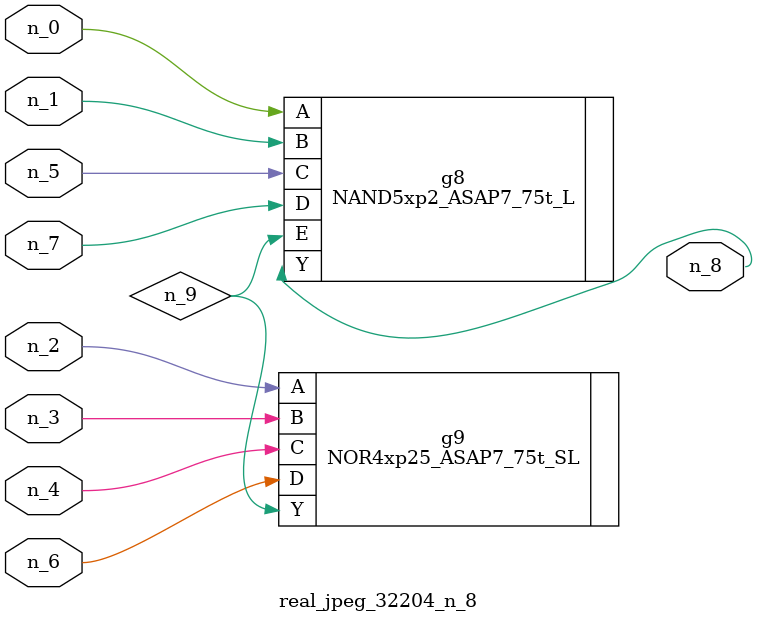
<source format=v>
module real_jpeg_32204_n_8 (n_5, n_4, n_0, n_1, n_2, n_6, n_7, n_3, n_8);

input n_5;
input n_4;
input n_0;
input n_1;
input n_2;
input n_6;
input n_7;
input n_3;

output n_8;

wire n_9;

NAND5xp2_ASAP7_75t_L g8 ( 
.A(n_0),
.B(n_1),
.C(n_5),
.D(n_7),
.E(n_9),
.Y(n_8)
);

NOR4xp25_ASAP7_75t_SL g9 ( 
.A(n_2),
.B(n_3),
.C(n_4),
.D(n_6),
.Y(n_9)
);


endmodule
</source>
